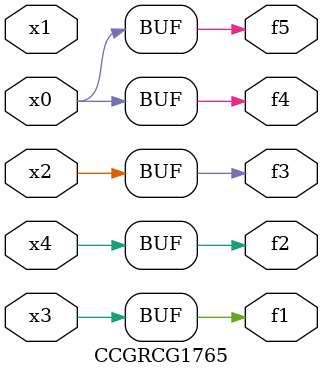
<source format=v>
module CCGRCG1765(
	input x0, x1, x2, x3, x4,
	output f1, f2, f3, f4, f5
);
	assign f1 = x3;
	assign f2 = x4;
	assign f3 = x2;
	assign f4 = x0;
	assign f5 = x0;
endmodule

</source>
